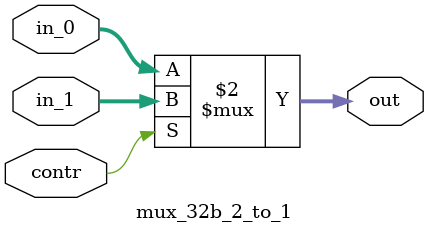
<source format=v>
module mux_32b_2_to_1(output [31:0] out, input [31:0] in_0, input [31:0] in_1, input contr);
    assign out = (contr == 0)?(in_0):(in_1);
endmodule
</source>
